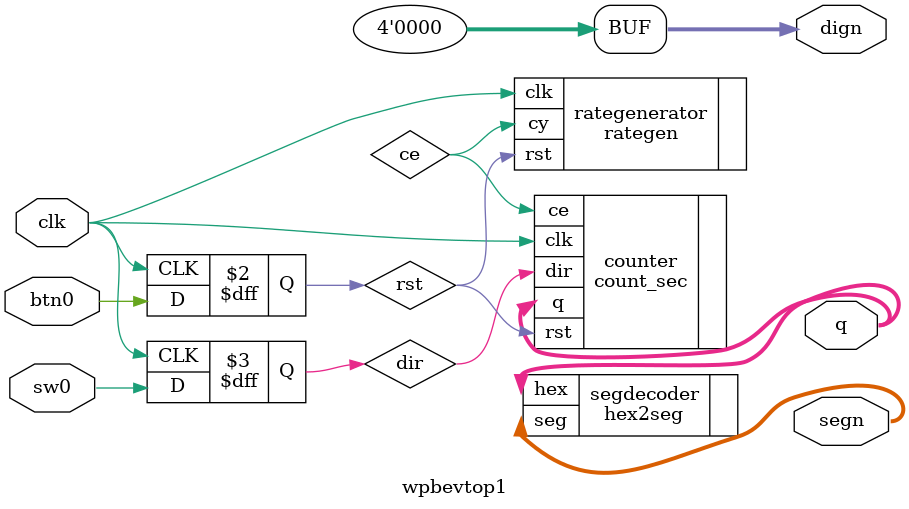
<source format=v>
`timescale 1ns / 1ps
module wpbevtop1(
		input clk,btn0,sw0,
		output [3:0] q, output [6:0] segn, output [3:0] dign
    );

reg rst, dir;

always @(posedge clk)
begin
	rst <= btn0;
	dir <= sw0;
end

wire ce;

rategen rategenerator(
		.clk(clk),
		.rst(rst),
		.cy(ce)
		);

count_sec counter(
		.clk(clk),
		.rst(rst),
		.ce(ce),
		.dir(dir),
		.q(q)
		);

hex2seg segdecoder(
		.hex(q),
		.seg(segn)
		);
	assign dign = 4'b0000;

endmodule

</source>
